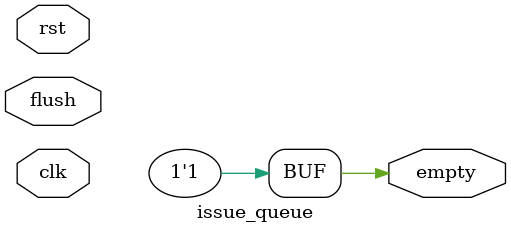
<source format=sv>

module issue_queue (
    input logic clk,
    input logic rst,
    input logic flush,
    output logic empty
);

    assign empty = 1'b1;

endmodule

</source>
